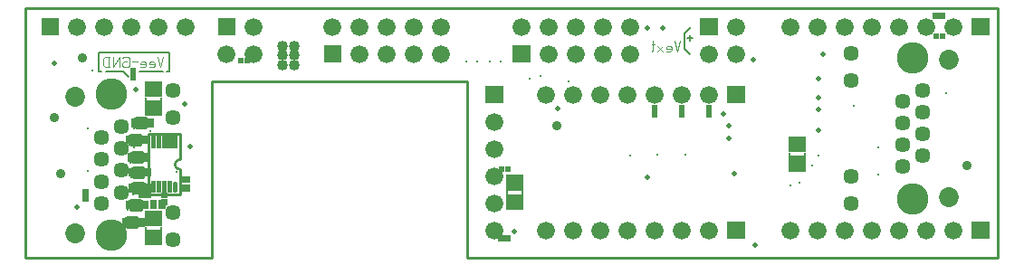
<source format=gbr>
G04 This is an RS-274x file exported by *
G04 gerbv version 2.7.0 *
G04 More information is available about gerbv at *
G04 http://gerbv.geda-project.org/ *
G04 --End of header info--*
%MOIN*%
%FSLAX36Y36*%
%IPPOS*%
G04 --Define apertures--*
%ADD10C,0.0060*%
%ADD11C,0.0040*%
%ADD12C,0.0038*%
%ADD13C,0.0080*%
%ADD14C,0.0100*%
%ADD15C,0.0729*%
%ADD16C,0.1162*%
%ADD17C,0.0572*%
%ADD18C,0.0001*%
%ADD19C,0.0660*%
%ADD20C,0.0400*%
%ADD21C,0.0200*%
%ADD22C,0.0180*%
%ADD23C,0.0510*%
%ADD24C,0.0940*%
%ADD25C,0.0350*%
%ADD26C,0.0380*%
%ADD27C,0.0130*%
G04 --Start main section--*
G54D10*
G01X0520000Y0834690D02*
G01X0455000Y0834690D01*
G01X0430000Y0834690D02*
G01X0440000Y0834690D01*
G01X2605000Y0969690D02*
G01X2605000Y0949690D01*
G01X2615000Y0959690D02*
G01X2595000Y0959690D01*
G01X2585000Y0919690D02*
G01X2605000Y0899690D01*
G01X2585000Y0974690D02*
G01X2585000Y0919690D01*
G01X2610000Y0999690D02*
G01X2585000Y0974690D01*
G01X0430000Y0904690D02*
G01X0430000Y0834690D01*
G01X0690000Y0834690D02*
G01X0680000Y0834690D01*
G01X0665000Y0834690D02*
G01X0580000Y0834690D01*
G01X0430000Y0904690D02*
G01X0690000Y0904690D01*
G01X0690000Y0904690D02*
G01X0690000Y0834690D01*
G01X0540000Y0814690D02*
G01X0520000Y0834690D01*
G54D11*
G01X2570000Y0949690D02*
G01X2560000Y0909690D01*
G01X2560000Y0909690D02*
G01X2550000Y0949690D01*
G01X2518000Y0909690D02*
G01X2533000Y0909690D01*
G01X2538000Y0914690D02*
G01X2533000Y0909690D01*
G01X2538000Y0914690D02*
G01X2538000Y0924690D01*
G01X2538000Y0924690D02*
G01X2533000Y0929690D01*
G01X2523000Y0929690D02*
G01X2533000Y0929690D01*
G01X2523000Y0929690D02*
G01X2518000Y0924690D01*
G01X2518000Y0919690D02*
G01X2538000Y0919690D01*
G01X2518000Y0919690D02*
G01X2518000Y0924690D01*
G01X2506000Y0929690D02*
G01X2486000Y0909690D01*
G01X2506000Y0909690D02*
G01X2486000Y0929690D01*
G01X2469000Y0914690D02*
G01X2469000Y0949690D01*
G01X2469000Y0914690D02*
G01X2464000Y0909690D01*
G01X2464000Y0934690D02*
G01X2474000Y0934690D01*
G54D12*
G01X0665000Y0889990D02*
G01X0655300Y0851190D01*
G01X0655300Y0851190D02*
G01X0645600Y0889990D01*
G01X0614560Y0851190D02*
G01X0629110Y0851190D01*
G01X0633960Y0856040D02*
G01X0629110Y0851190D01*
G01X0633960Y0856040D02*
G01X0633960Y0865740D01*
G01X0633960Y0865740D02*
G01X0629110Y0870590D01*
G01X0619410Y0870590D02*
G01X0629110Y0870590D01*
G01X0619410Y0870590D02*
G01X0614560Y0865740D01*
G01X0614560Y0860890D02*
G01X0633960Y0860890D01*
G01X0614560Y0860890D02*
G01X0614560Y0865740D01*
G01X0583520Y0851190D02*
G01X0598070Y0851190D01*
G01X0602920Y0856040D02*
G01X0598070Y0851190D01*
G01X0602920Y0856040D02*
G01X0602920Y0865740D01*
G01X0602920Y0865740D02*
G01X0598070Y0870590D01*
G01X0588370Y0870590D02*
G01X0598070Y0870590D01*
G01X0588370Y0870590D02*
G01X0583520Y0865740D01*
G01X0583520Y0860890D02*
G01X0602920Y0860890D01*
G01X0583520Y0860890D02*
G01X0583520Y0865740D01*
G01X0552480Y0870590D02*
G01X0571880Y0870590D01*
G01X0521440Y0889990D02*
G01X0516590Y0885140D01*
G01X0521440Y0889990D02*
G01X0535990Y0889990D01*
G01X0540840Y0885140D02*
G01X0535990Y0889990D01*
G01X0540840Y0856040D02*
G01X0540840Y0885140D01*
G01X0540840Y0856040D02*
G01X0535990Y0851190D01*
G01X0521440Y0851190D02*
G01X0535990Y0851190D01*
G01X0521440Y0851190D02*
G01X0516590Y0856040D01*
G01X0516590Y0856040D02*
G01X0516590Y0865740D01*
G01X0521440Y0870590D02*
G01X0516590Y0865740D01*
G01X0521440Y0870590D02*
G01X0531140Y0870590D01*
G01X0504950Y0851190D02*
G01X0504950Y0889990D01*
G01X0504950Y0889990D02*
G01X0480700Y0851190D01*
G01X0480700Y0851190D02*
G01X0480700Y0889990D01*
G01X0464210Y0851190D02*
G01X0464210Y0889990D01*
G01X0451600Y0889990D02*
G01X0444810Y0883200D01*
G01X0444810Y0857980D02*
G01X0444810Y0883200D01*
G01X0451600Y0851190D02*
G01X0444810Y0857980D01*
G01X0451600Y0851190D02*
G01X0469060Y0851190D01*
G01X0451600Y0889990D02*
G01X0469060Y0889990D01*
G54D13*
G01X3027550Y0534360D02*
G01X3027550Y0526500D01*
G01X2972450Y0534360D02*
G01X2972450Y0526500D01*
G01X1987550Y0393500D02*
G01X1987550Y0385640D01*
G01X1932450Y0393500D02*
G01X1932450Y0385640D01*
G01X0657550Y0738620D02*
G01X0657550Y0730760D01*
G01X0602450Y0738620D02*
G01X0602450Y0730760D01*
G54D10*
G01X0549000Y0323000D02*
G01X0541000Y0331000D01*
G01X0549000Y0323000D02*
G01X0584000Y0323000D01*
G01X0591000Y0330000D02*
G01X0584000Y0323000D01*
G01X0583000Y0363000D02*
G01X0590000Y0356000D01*
G01X0548000Y0363000D02*
G01X0583000Y0363000D01*
G01X0541000Y0356000D02*
G01X0548000Y0363000D01*
G54D14*
G01X0729000Y0473000D02*
G01X0729000Y0381000D01*
G01X0729000Y0604000D02*
G01X0729000Y0511000D01*
G01X0611000Y0604000D02*
G01X0729000Y0604000D01*
G01X0611000Y0604000D02*
G01X0611000Y0381000D01*
G01X0611000Y0381000D02*
G01X0729000Y0381000D01*
G01X0729000Y0511000D02*
G75*
G03X0729000Y0473000I0000000J-019000D01*
G54D10*
G01X0558500Y0386000D02*
G01X0550500Y0394000D01*
G01X0558500Y0386000D02*
G01X0593500Y0386000D01*
G01X0600500Y0393000D02*
G01X0593500Y0386000D01*
G01X0592500Y0426000D02*
G01X0599500Y0419000D01*
G01X0557500Y0426000D02*
G01X0592500Y0426000D01*
G01X0550500Y0419000D02*
G01X0557500Y0426000D01*
G01X0534000Y0259000D02*
G01X0526000Y0267000D01*
G01X0534000Y0259000D02*
G01X0569000Y0259000D01*
G01X0576000Y0266000D02*
G01X0569000Y0259000D01*
G01X0568000Y0299000D02*
G01X0575000Y0292000D01*
G01X0533000Y0299000D02*
G01X0568000Y0299000D01*
G01X0526000Y0292000D02*
G01X0533000Y0299000D01*
G54D13*
G01X0602450Y0263190D02*
G01X0602450Y0255330D01*
G01X0657550Y0263190D02*
G01X0657550Y0255330D01*
G54D10*
G01X0567500Y0626000D02*
G01X0559500Y0634000D01*
G01X0567500Y0626000D02*
G01X0602500Y0626000D01*
G01X0609500Y0633000D02*
G01X0602500Y0626000D01*
G01X0601500Y0666000D02*
G01X0608500Y0659000D01*
G01X0566500Y0666000D02*
G01X0601500Y0666000D01*
G01X0559500Y0659000D02*
G01X0566500Y0666000D01*
G01X0547500Y0563000D02*
G01X0539500Y0571000D01*
G01X0547500Y0563000D02*
G01X0582500Y0563000D01*
G01X0589500Y0570000D02*
G01X0582500Y0563000D01*
G01X0581500Y0603000D02*
G01X0588500Y0596000D01*
G01X0546500Y0603000D02*
G01X0581500Y0603000D01*
G01X0539500Y0596000D02*
G01X0546500Y0603000D01*
G01X0554000Y0498000D02*
G01X0546000Y0506000D01*
G01X0554000Y0498000D02*
G01X0589000Y0498000D01*
G01X0596000Y0505000D02*
G01X0589000Y0498000D01*
G01X0588000Y0538000D02*
G01X0595000Y0531000D01*
G01X0553000Y0538000D02*
G01X0588000Y0538000D01*
G01X0546000Y0531000D02*
G01X0553000Y0538000D01*
G01X0557500Y0443000D02*
G01X0549500Y0451000D01*
G01X0557500Y0443000D02*
G01X0592500Y0443000D01*
G01X0599500Y0450000D02*
G01X0592500Y0443000D01*
G01X0591500Y0483000D02*
G01X0598500Y0476000D01*
G01X0556500Y0483000D02*
G01X0591500Y0483000D01*
G01X0549500Y0476000D02*
G01X0556500Y0483000D01*
G01X0000000Y0000000D02*
G54D14*
G01X3740000Y0150000D02*
G01X1785000Y0150000D01*
G01X3740000Y0150000D02*
G01X3740000Y1070000D01*
G01X1785000Y0800000D02*
G01X1785000Y0150000D01*
G01X0845000Y0800000D02*
G01X1785000Y0800000D01*
G01X0845000Y0150000D02*
G01X0845000Y0800000D01*
G01X0160000Y0150000D02*
G01X0845000Y0150000D01*
G01X0160000Y0150000D02*
G01X0160000Y1070000D01*
G01X0160000Y1070000D02*
G01X3740000Y1070000D01*
G01X0000000Y0000000D02*
G54D15*
G01X0340390Y0238270D03*
G54D16*
G01X0475430Y0230390D03*
G54D17*
G01X0440000Y0510310D03*
G01X0440000Y0430000D03*
G01X0440000Y0349690D03*
G01X0510870Y0470160D03*
G01X0510870Y0389840D03*
G01X0700240Y0214650D03*
G01X0700240Y0315040D03*
G54D18*
G36*
G01X1852000Y0783000D02*
G01X1852000Y0717000D01*
G01X1918000Y0717000D01*
G01X1918000Y0783000D01*
G01X1852000Y0783000D01*
G37*
G54D19*
G01X1885000Y0650000D03*
G01X1885000Y0550000D03*
G01X1885000Y0450000D03*
G01X1885000Y0350000D03*
G01X1885000Y0250000D03*
G54D18*
G36*
G01X1257000Y0933000D02*
G01X1257000Y0867000D01*
G01X1323000Y0867000D01*
G01X1323000Y0933000D01*
G01X1257000Y0933000D01*
G37*
G54D19*
G01X1390000Y0900000D03*
G01X1490000Y0900000D03*
G01X1590000Y0900000D03*
G01X1290000Y1000000D03*
G01X1390000Y1000000D03*
G01X1490000Y1000000D03*
G01X1590000Y1000000D03*
G01X1690000Y1000000D03*
G01X1985000Y1000000D03*
G01X1690000Y0900000D03*
G54D18*
G36*
G01X1952000Y0933000D02*
G01X1952000Y0867000D01*
G01X2018000Y0867000D01*
G01X2018000Y0933000D01*
G01X1952000Y0933000D01*
G37*
G54D19*
G01X2085000Y0900000D03*
G01X2085000Y1000000D03*
G54D18*
G36*
G01X0867000Y1033000D02*
G01X0867000Y0967000D01*
G01X0933000Y0967000D01*
G01X0933000Y1033000D01*
G01X0867000Y1033000D01*
G37*
G54D19*
G01X1000000Y1000000D03*
G01X0900000Y0900000D03*
G01X1000000Y0900000D03*
G54D17*
G01X0440000Y0590630D03*
G01X0510870Y0550470D03*
G01X0510870Y0630790D03*
G01X0700240Y0665430D03*
G01X0700240Y0765830D03*
G54D15*
G01X0340390Y0742200D03*
G54D16*
G01X0475430Y0750080D03*
G54D18*
G36*
G01X0217000Y1033000D02*
G01X0217000Y0967000D01*
G01X0283000Y0967000D01*
G01X0283000Y1033000D01*
G01X0217000Y1033000D01*
G37*
G54D19*
G01X0350000Y1000000D03*
G01X0450000Y1000000D03*
G01X0550000Y1000000D03*
G01X0650000Y1000000D03*
G01X0750000Y1000000D03*
G54D17*
G01X3389570Y0645080D03*
G54D15*
G01X3560040Y0876970D03*
G54D16*
G01X3425000Y0884840D03*
G54D17*
G01X3460430Y0604920D03*
G01X3460430Y0685240D03*
G01X3460430Y0765550D03*
G01X3200200Y0449800D03*
G01X3200200Y0349410D03*
G54D15*
G01X3560040Y0373030D03*
G54D16*
G01X3425000Y0365160D03*
G54D17*
G01X3460430Y0524610D03*
G01X3389570Y0564760D03*
G01X3389570Y0484450D03*
G54D18*
G36*
G01X2742000Y0283000D02*
G01X2742000Y0217000D01*
G01X2808000Y0217000D01*
G01X2808000Y0283000D01*
G01X2742000Y0283000D01*
G37*
G54D19*
G01X2675000Y0250000D03*
G01X2575000Y0250000D03*
G01X2475000Y0250000D03*
G01X2375000Y0250000D03*
G01X2275000Y0250000D03*
G01X2175000Y0250000D03*
G01X2075000Y0250000D03*
G54D18*
G36*
G01X3642000Y0283000D02*
G01X3642000Y0217000D01*
G01X3708000Y0217000D01*
G01X3708000Y0283000D01*
G01X3642000Y0283000D01*
G37*
G54D19*
G01X3575000Y0250000D03*
G01X3475000Y0250000D03*
G01X3375000Y0250000D03*
G01X3275000Y0250000D03*
G01X3175000Y0250000D03*
G01X3075000Y0250000D03*
G01X2975000Y0250000D03*
G54D17*
G01X3389570Y0725390D03*
G01X3200200Y0900590D03*
G01X3200200Y0800200D03*
G54D18*
G36*
G01X3642000Y1033000D02*
G01X3642000Y0967000D01*
G01X3708000Y0967000D01*
G01X3708000Y1033000D01*
G01X3642000Y1033000D01*
G37*
G54D19*
G01X3575000Y1000000D03*
G01X3475000Y1000000D03*
G01X3375000Y1000000D03*
G01X3275000Y1000000D03*
G01X3175000Y1000000D03*
G01X3075000Y1000000D03*
G01X2975000Y1000000D03*
G54D18*
G36*
G01X2742000Y0783000D02*
G01X2742000Y0717000D01*
G01X2808000Y0717000D01*
G01X2808000Y0783000D01*
G01X2742000Y0783000D01*
G37*
G54D19*
G01X2775000Y0900000D03*
G01X2775000Y1000000D03*
G01X2675000Y0750000D03*
G54D18*
G36*
G01X2642000Y1033000D02*
G01X2642000Y0967000D01*
G01X2708000Y0967000D01*
G01X2708000Y1033000D01*
G01X2642000Y1033000D01*
G37*
G54D19*
G01X2675000Y0900000D03*
G01X2575000Y0750000D03*
G01X2475000Y0750000D03*
G01X2375000Y0750000D03*
G01X2275000Y0750000D03*
G01X2385000Y0900000D03*
G01X2385000Y1000000D03*
G01X2175000Y0750000D03*
G01X2075000Y0750000D03*
G01X2185000Y0900000D03*
G01X2185000Y1000000D03*
G01X2285000Y0900000D03*
G01X2285000Y1000000D03*
G54D20*
G01X1105000Y0860000D03*
G01X1105000Y0895000D03*
G01X1105000Y0930000D03*
G01X1150000Y0860000D03*
G01X1150000Y0895000D03*
G01X1150000Y0930000D03*
G54D18*
G36*
G01X0597480Y0727850D02*
G01X0597480Y0670670D01*
G01X0662520Y0670670D01*
G01X0662520Y0727850D01*
G01X0597480Y0727850D01*
G37*
G36*
G01X0597480Y0798710D02*
G01X0597480Y0741530D01*
G01X0662520Y0741530D01*
G01X0662520Y0798710D01*
G01X0597480Y0798710D01*
G37*
G36*
G01X0544130Y0847680D02*
G01X0544130Y0825940D01*
G01X0565870Y0825940D01*
G01X0565870Y0847680D01*
G01X0544130Y0847680D01*
G37*
G36*
G01X0544130Y0824060D02*
G01X0544130Y0802320D01*
G01X0565870Y0802320D01*
G01X0565870Y0824060D01*
G01X0544130Y0824060D01*
G37*
G36*
G01X0964130Y0885870D02*
G01X0964130Y0864130D01*
G01X0985870Y0864130D01*
G01X0985870Y0885870D01*
G01X0964130Y0885870D01*
G37*
G36*
G01X0940510Y0885870D02*
G01X0940510Y0864130D01*
G01X0962250Y0864130D01*
G01X0962250Y0885870D01*
G01X0940510Y0885870D01*
G37*
G54D21*
G01X0569500Y0633000D02*
G01X0599500Y0633000D01*
G01X0562500Y0640000D02*
G01X0569500Y0633000D01*
G54D18*
G36*
G01X0547500Y0650000D02*
G01X0547500Y0630000D01*
G01X0572500Y0630000D01*
G01X0572500Y0650000D01*
G01X0547500Y0650000D01*
G37*
G54D21*
G01X0572500Y0633000D02*
G01X0578500Y0639000D01*
G01X0578500Y0639000D02*
G01X0584500Y0633000D01*
G01X0599500Y0633000D02*
G01X0606500Y0640000D01*
G54D18*
G36*
G01X0596500Y0650000D02*
G01X0596500Y0630000D01*
G01X0631500Y0630000D01*
G01X0631500Y0650000D01*
G01X0596500Y0650000D01*
G37*
G54D21*
G01X0590500Y0639000D02*
G01X0596500Y0633000D01*
G01X0584500Y0633000D02*
G01X0590500Y0639000D01*
G01X0568500Y0659000D02*
G01X0599500Y0659000D01*
G01X0599500Y0659000D02*
G01X0605500Y0653000D01*
G54D18*
G36*
G01X0595500Y0663000D02*
G01X0595500Y0643000D01*
G01X0631500Y0643000D01*
G01X0631500Y0663000D01*
G01X0595500Y0663000D01*
G37*
G54D21*
G01X0590500Y0652000D02*
G01X0597500Y0659000D01*
G01X0562500Y0653000D02*
G01X0568500Y0659000D01*
G54D18*
G36*
G01X0547500Y0663000D02*
G01X0547500Y0643000D01*
G01X0572500Y0643000D01*
G01X0572500Y0663000D01*
G01X0547500Y0663000D01*
G37*
G54D21*
G01X0597500Y0659000D02*
G01X0599500Y0659000D01*
G01X0583500Y0659000D02*
G01X0590500Y0652000D01*
G01X0578500Y0652000D02*
G01X0585500Y0659000D01*
G01X0571500Y0659000D02*
G01X0578500Y0652000D01*
G01X0549500Y0570000D02*
G01X0579500Y0570000D01*
G01X0542500Y0577000D02*
G01X0549500Y0570000D01*
G54D18*
G36*
G01X0527500Y0587000D02*
G01X0527500Y0567000D01*
G01X0552500Y0567000D01*
G01X0552500Y0587000D01*
G01X0527500Y0587000D01*
G37*
G54D21*
G01X0552500Y0570000D02*
G01X0558500Y0576000D01*
G01X0558500Y0576000D02*
G01X0564500Y0570000D01*
G01X0579500Y0570000D02*
G01X0586500Y0577000D01*
G54D18*
G36*
G01X0576500Y0587000D02*
G01X0576500Y0567000D01*
G01X0611500Y0567000D01*
G01X0611500Y0587000D01*
G01X0576500Y0587000D01*
G37*
G54D21*
G01X0570500Y0576000D02*
G01X0576500Y0570000D01*
G01X0564500Y0570000D02*
G01X0570500Y0576000D01*
G01X0548500Y0596000D02*
G01X0579500Y0596000D01*
G01X0577500Y0596000D02*
G01X0579500Y0596000D01*
G01X0542500Y0590000D02*
G01X0548500Y0596000D01*
G54D18*
G36*
G01X0527500Y0600000D02*
G01X0527500Y0580000D01*
G01X0552500Y0580000D01*
G01X0552500Y0600000D01*
G01X0527500Y0600000D01*
G37*
G54D21*
G01X0579500Y0596000D02*
G01X0585500Y0590000D01*
G01X0570500Y0589000D02*
G01X0577500Y0596000D01*
G01X0563500Y0596000D02*
G01X0570500Y0589000D01*
G01X0558500Y0589000D02*
G01X0565500Y0596000D01*
G01X0551500Y0596000D02*
G01X0558500Y0589000D01*
G54D18*
G36*
G01X0575500Y0600000D02*
G01X0575500Y0580000D01*
G01X0611500Y0580000D01*
G01X0611500Y0600000D01*
G01X0575500Y0600000D01*
G37*
G36*
G01X0639000Y0597000D02*
G01X0621000Y0597000D01*
G01X0621000Y0553000D01*
G01X0639000Y0553000D01*
G01X0639000Y0597000D01*
G37*
G36*
G01X0659000Y0597000D02*
G01X0641000Y0597000D01*
G01X0641000Y0553000D01*
G01X0659000Y0553000D01*
G01X0659000Y0597000D01*
G37*
G36*
G01X0679000Y0597000D02*
G01X0661000Y0597000D01*
G01X0661000Y0553000D01*
G01X0679000Y0553000D01*
G01X0679000Y0597000D01*
G37*
G36*
G01X0698000Y0597000D02*
G01X0680000Y0597000D01*
G01X0680000Y0553000D01*
G01X0698000Y0553000D01*
G01X0698000Y0597000D01*
G37*
G36*
G01X0718000Y0597000D02*
G01X0700000Y0597000D01*
G01X0700000Y0553000D01*
G01X0718000Y0553000D01*
G01X0718000Y0597000D01*
G37*
G36*
G01X1899130Y0230870D02*
G01X1899130Y0209130D01*
G01X1920870Y0209130D01*
G01X1920870Y0230870D01*
G01X1899130Y0230870D01*
G37*
G36*
G01X1922750Y0230870D02*
G01X1922750Y0209130D01*
G01X1944490Y0209130D01*
G01X1944490Y0230870D01*
G01X1922750Y0230870D01*
G37*
G36*
G01X1927480Y0382730D02*
G01X1927480Y0325550D01*
G01X1992520Y0325550D01*
G01X1992520Y0382730D01*
G01X1927480Y0382730D01*
G37*
G36*
G01X1927480Y0453590D02*
G01X1927480Y0396410D01*
G01X1992520Y0396410D01*
G01X1992520Y0453590D01*
G01X1927480Y0453590D01*
G37*
G36*
G01X1924130Y0485870D02*
G01X1924130Y0464130D01*
G01X1945870Y0464130D01*
G01X1945870Y0485870D01*
G01X1924130Y0485870D01*
G37*
G36*
G01X1900510Y0485870D02*
G01X1900510Y0464130D01*
G01X1922250Y0464130D01*
G01X1922250Y0485870D01*
G01X1900510Y0485870D01*
G37*
G36*
G01X2967480Y0523590D02*
G01X2967480Y0466410D01*
G01X3032520Y0466410D01*
G01X3032520Y0523590D01*
G01X2967480Y0523590D01*
G37*
G36*
G01X2967480Y0594450D02*
G01X2967480Y0537270D01*
G01X3032520Y0537270D01*
G01X3032520Y0594450D01*
G01X2967480Y0594450D01*
G37*
G36*
G01X3522750Y1050870D02*
G01X3522750Y1029130D01*
G01X3544490Y1029130D01*
G01X3544490Y1050870D01*
G01X3522750Y1050870D01*
G37*
G36*
G01X3499130Y1050870D02*
G01X3499130Y1029130D01*
G01X3520870Y1029130D01*
G01X3520870Y1050870D01*
G01X3499130Y1050870D01*
G37*
G36*
G01X3524130Y0975870D02*
G01X3524130Y0954130D01*
G01X3545870Y0954130D01*
G01X3545870Y0975870D01*
G01X3524130Y0975870D01*
G37*
G36*
G01X3500510Y0975870D02*
G01X3500510Y0954130D01*
G01X3522250Y0954130D01*
G01X3522250Y0975870D01*
G01X3500510Y0975870D01*
G37*
G36*
G01X2464130Y0687250D02*
G01X2464130Y0665510D01*
G01X2485870Y0665510D01*
G01X2485870Y0687250D01*
G01X2464130Y0687250D01*
G37*
G36*
G01X2464130Y0710870D02*
G01X2464130Y0689130D01*
G01X2485870Y0689130D01*
G01X2485870Y0710870D01*
G01X2464130Y0710870D01*
G37*
G36*
G01X2664130Y0687250D02*
G01X2664130Y0665510D01*
G01X2685870Y0665510D01*
G01X2685870Y0687250D01*
G01X2664130Y0687250D01*
G37*
G36*
G01X2664130Y0710870D02*
G01X2664130Y0689130D01*
G01X2685870Y0689130D01*
G01X2685870Y0710870D01*
G01X2664130Y0710870D01*
G37*
G36*
G01X2564130Y0687250D02*
G01X2564130Y0665510D01*
G01X2585870Y0665510D01*
G01X2585870Y0687250D01*
G01X2564130Y0687250D01*
G37*
G36*
G01X2564130Y0710870D02*
G01X2564130Y0689130D01*
G01X2585870Y0689130D01*
G01X2585870Y0710870D01*
G01X2564130Y0710870D01*
G37*
G36*
G01X0369130Y0400870D02*
G01X0369130Y0379130D01*
G01X0390870Y0379130D01*
G01X0390870Y0400870D01*
G01X0369130Y0400870D01*
G37*
G36*
G01X0369130Y0377250D02*
G01X0369130Y0355510D01*
G01X0390870Y0355510D01*
G01X0390870Y0377250D01*
G01X0369130Y0377250D01*
G37*
G54D21*
G01X0556000Y0505000D02*
G01X0586000Y0505000D01*
G01X0586000Y0505000D02*
G01X0593000Y0512000D01*
G01X0577000Y0511000D02*
G01X0583000Y0505000D01*
G01X0571000Y0505000D02*
G01X0577000Y0511000D01*
G54D18*
G36*
G01X0583000Y0522000D02*
G01X0583000Y0502000D01*
G01X0618000Y0502000D01*
G01X0618000Y0522000D01*
G01X0583000Y0522000D01*
G37*
G54D21*
G01X0549000Y0512000D02*
G01X0556000Y0505000D01*
G01X0559000Y0505000D02*
G01X0565000Y0511000D01*
G01X0565000Y0511000D02*
G01X0571000Y0505000D01*
G01X0558500Y0476000D02*
G01X0589500Y0476000D01*
G01X0587500Y0476000D02*
G01X0589500Y0476000D01*
G01X0552500Y0470000D02*
G01X0558500Y0476000D01*
G54D18*
G36*
G01X0537500Y0480000D02*
G01X0537500Y0460000D01*
G01X0562500Y0460000D01*
G01X0562500Y0480000D01*
G01X0537500Y0480000D01*
G37*
G54D21*
G01X0589500Y0476000D02*
G01X0595500Y0470000D01*
G54D18*
G36*
G01X0585500Y0480000D02*
G01X0585500Y0460000D01*
G01X0621500Y0460000D01*
G01X0621500Y0480000D01*
G01X0585500Y0480000D01*
G37*
G54D21*
G01X0580500Y0469000D02*
G01X0587500Y0476000D01*
G01X0573500Y0476000D02*
G01X0580500Y0469000D01*
G01X0568500Y0469000D02*
G01X0575500Y0476000D01*
G01X0561500Y0476000D02*
G01X0568500Y0469000D01*
G54D18*
G36*
G01X0534000Y0522000D02*
G01X0534000Y0502000D01*
G01X0559000Y0502000D01*
G01X0559000Y0522000D01*
G01X0534000Y0522000D01*
G37*
G54D21*
G01X0586000Y0531000D02*
G01X0592000Y0525000D01*
G54D18*
G36*
G01X0582000Y0535000D02*
G01X0582000Y0515000D01*
G01X0618000Y0515000D01*
G01X0618000Y0535000D01*
G01X0582000Y0535000D01*
G37*
G54D21*
G01X0577000Y0524000D02*
G01X0584000Y0531000D01*
G01X0584000Y0531000D02*
G01X0586000Y0531000D01*
G01X0549000Y0525000D02*
G01X0555000Y0531000D01*
G54D18*
G36*
G01X0534000Y0535000D02*
G01X0534000Y0515000D01*
G01X0559000Y0515000D01*
G01X0559000Y0535000D01*
G01X0534000Y0535000D01*
G37*
G54D21*
G01X0555000Y0531000D02*
G01X0586000Y0531000D01*
G01X0570000Y0531000D02*
G01X0577000Y0524000D01*
G01X0565000Y0524000D02*
G01X0572000Y0531000D01*
G01X0558000Y0531000D02*
G01X0565000Y0524000D01*
G01X0559500Y0450000D02*
G01X0589500Y0450000D01*
G01X0552500Y0457000D02*
G01X0559500Y0450000D01*
G54D18*
G36*
G01X0537500Y0467000D02*
G01X0537500Y0447000D01*
G01X0562500Y0447000D01*
G01X0562500Y0467000D01*
G01X0537500Y0467000D01*
G37*
G54D21*
G01X0562500Y0450000D02*
G01X0568500Y0456000D01*
G01X0568500Y0456000D02*
G01X0574500Y0450000D01*
G01X0589500Y0450000D02*
G01X0596500Y0457000D01*
G54D18*
G36*
G01X0586500Y0467000D02*
G01X0586500Y0447000D01*
G01X0621500Y0447000D01*
G01X0621500Y0467000D01*
G01X0586500Y0467000D01*
G37*
G54D21*
G01X0580500Y0456000D02*
G01X0586500Y0450000D01*
G01X0574500Y0450000D02*
G01X0580500Y0456000D01*
G01X0560500Y0393000D02*
G01X0590500Y0393000D01*
G01X0581500Y0399000D02*
G01X0587500Y0393000D01*
G01X0575500Y0393000D02*
G01X0581500Y0399000D01*
G01X0569500Y0399000D02*
G01X0575500Y0393000D01*
G01X0590500Y0393000D02*
G01X0597500Y0400000D01*
G01X0553500Y0400000D02*
G01X0560500Y0393000D01*
G54D18*
G36*
G01X0538500Y0410000D02*
G01X0538500Y0390000D01*
G01X0563500Y0390000D01*
G01X0563500Y0410000D01*
G01X0538500Y0410000D01*
G37*
G54D21*
G01X0563500Y0393000D02*
G01X0569500Y0399000D01*
G01X0553500Y0413000D02*
G01X0559500Y0419000D01*
G54D18*
G36*
G01X0538500Y0423000D02*
G01X0538500Y0403000D01*
G01X0563500Y0403000D01*
G01X0563500Y0423000D01*
G01X0538500Y0423000D01*
G37*
G54D21*
G01X0590500Y0419000D02*
G01X0596500Y0413000D01*
G01X0581500Y0412000D02*
G01X0588500Y0419000D01*
G01X0588500Y0419000D02*
G01X0590500Y0419000D01*
G01X0559500Y0419000D02*
G01X0590500Y0419000D01*
G01X0574500Y0419000D02*
G01X0581500Y0412000D01*
G01X0569500Y0412000D02*
G01X0576500Y0419000D01*
G01X0562500Y0419000D02*
G01X0569500Y0412000D01*
G54D18*
G36*
G01X0733230Y0417840D02*
G01X0733230Y0392160D01*
G01X0766770Y0392160D01*
G01X0766770Y0417840D01*
G01X0733230Y0417840D01*
G37*
G36*
G01X0733230Y0449320D02*
G01X0733230Y0423640D01*
G01X0766770Y0423640D01*
G01X0766770Y0449320D01*
G01X0733230Y0449320D01*
G37*
G54D22*
G01X0710000Y0423000D02*
G01X0710000Y0397000D01*
G54D18*
G36*
G01X0699000Y0432000D02*
G01X0681000Y0432000D01*
G01X0681000Y0388000D01*
G01X0699000Y0388000D01*
G01X0699000Y0432000D01*
G37*
G36*
G01X0659130Y0388550D02*
G01X0659130Y0366810D01*
G01X0680870Y0366810D01*
G01X0680870Y0388550D01*
G01X0659130Y0388550D01*
G37*
G36*
G01X0659130Y0364930D02*
G01X0659130Y0343190D01*
G01X0680870Y0343190D01*
G01X0680870Y0364930D01*
G01X0659130Y0364930D01*
G37*
G36*
G01X0599130Y0390870D02*
G01X0599130Y0369130D01*
G01X0620870Y0369130D01*
G01X0620870Y0390870D01*
G01X0599130Y0390870D01*
G37*
G36*
G01X0674320Y0361460D02*
G01X0648640Y0361460D01*
G01X0648640Y0327920D01*
G01X0674320Y0327920D01*
G01X0674320Y0361460D01*
G37*
G36*
G01X0642840Y0361460D02*
G01X0617160Y0361460D01*
G01X0617160Y0327920D01*
G01X0642840Y0327920D01*
G01X0642840Y0361460D01*
G37*
G36*
G01X0597480Y0323280D02*
G01X0597480Y0266100D01*
G01X0662520Y0266100D01*
G01X0662520Y0323280D01*
G01X0597480Y0323280D01*
G37*
G36*
G01X0597480Y0252420D02*
G01X0597480Y0195240D01*
G01X0662520Y0195240D01*
G01X0662520Y0252420D01*
G01X0597480Y0252420D01*
G37*
G36*
G01X0575510Y0390870D02*
G01X0575510Y0369130D01*
G01X0597250Y0369130D01*
G01X0597250Y0390870D01*
G01X0575510Y0390870D01*
G37*
G54D21*
G01X0551000Y0330000D02*
G01X0581000Y0330000D01*
G01X0544000Y0337000D02*
G01X0551000Y0330000D01*
G54D18*
G36*
G01X0529000Y0347000D02*
G01X0529000Y0327000D01*
G01X0554000Y0327000D01*
G01X0554000Y0347000D01*
G01X0529000Y0347000D01*
G37*
G54D21*
G01X0554000Y0330000D02*
G01X0560000Y0336000D01*
G01X0560000Y0336000D02*
G01X0566000Y0330000D01*
G01X0581000Y0330000D02*
G01X0588000Y0337000D01*
G54D18*
G36*
G01X0578000Y0347000D02*
G01X0578000Y0327000D01*
G01X0613000Y0327000D01*
G01X0613000Y0347000D01*
G01X0578000Y0347000D01*
G37*
G54D21*
G01X0572000Y0336000D02*
G01X0578000Y0330000D01*
G01X0566000Y0330000D02*
G01X0572000Y0336000D01*
G01X0550000Y0356000D02*
G01X0581000Y0356000D01*
G01X0544000Y0350000D02*
G01X0550000Y0356000D01*
G54D18*
G36*
G01X0529000Y0360000D02*
G01X0529000Y0340000D01*
G01X0554000Y0340000D01*
G01X0554000Y0360000D01*
G01X0529000Y0360000D01*
G37*
G54D21*
G01X0560000Y0349000D02*
G01X0567000Y0356000D01*
G01X0553000Y0356000D02*
G01X0560000Y0349000D01*
G01X0581000Y0356000D02*
G01X0587000Y0350000D01*
G54D18*
G36*
G01X0577000Y0360000D02*
G01X0577000Y0340000D01*
G01X0613000Y0340000D01*
G01X0613000Y0360000D01*
G01X0577000Y0360000D01*
G37*
G54D21*
G01X0572000Y0349000D02*
G01X0579000Y0356000D01*
G01X0579000Y0356000D02*
G01X0581000Y0356000D01*
G01X0565000Y0356000D02*
G01X0572000Y0349000D01*
G54D18*
G36*
G01X0679000Y0432000D02*
G01X0661000Y0432000D01*
G01X0661000Y0388000D01*
G01X0679000Y0388000D01*
G01X0679000Y0432000D01*
G37*
G36*
G01X0660000Y0432000D02*
G01X0642000Y0432000D01*
G01X0642000Y0388000D01*
G01X0660000Y0388000D01*
G01X0660000Y0432000D01*
G37*
G36*
G01X0640000Y0432000D02*
G01X0622000Y0432000D01*
G01X0622000Y0388000D01*
G01X0640000Y0388000D01*
G01X0640000Y0432000D01*
G37*
G36*
G01X0587500Y0410000D02*
G01X0587500Y0390000D01*
G01X0622500Y0390000D01*
G01X0622500Y0410000D01*
G01X0587500Y0410000D01*
G37*
G36*
G01X0586500Y0423000D02*
G01X0586500Y0403000D01*
G01X0622500Y0403000D01*
G01X0622500Y0423000D01*
G01X0586500Y0423000D01*
G37*
G54D21*
G01X0536000Y0266000D02*
G01X0566000Y0266000D01*
G01X0529000Y0273000D02*
G01X0536000Y0266000D01*
G01X0557000Y0272000D02*
G01X0563000Y0266000D01*
G01X0551000Y0266000D02*
G01X0557000Y0272000D01*
G01X0539000Y0266000D02*
G01X0545000Y0272000D01*
G01X0545000Y0272000D02*
G01X0551000Y0266000D01*
G54D18*
G36*
G01X0514000Y0283000D02*
G01X0514000Y0263000D01*
G01X0539000Y0263000D01*
G01X0539000Y0283000D01*
G01X0514000Y0283000D01*
G37*
G54D21*
G01X0529000Y0286000D02*
G01X0535000Y0292000D01*
G54D18*
G36*
G01X0514000Y0296000D02*
G01X0514000Y0276000D01*
G01X0539000Y0276000D01*
G01X0539000Y0296000D01*
G01X0514000Y0296000D01*
G37*
G54D21*
G01X0538000Y0292000D02*
G01X0545000Y0285000D01*
G01X0566000Y0266000D02*
G01X0573000Y0273000D01*
G54D18*
G36*
G01X0563000Y0283000D02*
G01X0563000Y0263000D01*
G01X0598000Y0263000D01*
G01X0598000Y0283000D01*
G01X0563000Y0283000D01*
G37*
G54D21*
G01X0566000Y0292000D02*
G01X0572000Y0286000D01*
G54D18*
G36*
G01X0562000Y0296000D02*
G01X0562000Y0276000D01*
G01X0598000Y0276000D01*
G01X0598000Y0296000D01*
G01X0562000Y0296000D01*
G37*
G54D21*
G01X0557000Y0285000D02*
G01X0564000Y0292000D01*
G01X0564000Y0292000D02*
G01X0566000Y0292000D01*
G01X0535000Y0292000D02*
G01X0566000Y0292000D01*
G01X0550000Y0292000D02*
G01X0557000Y0285000D01*
G01X0545000Y0285000D02*
G01X0552000Y0292000D01*
G01X0000000Y0000000D02*
G54D27*
G01X0390000Y0624700D03*
G01X0390000Y0469700D03*
G01X0405000Y0839700D03*
G01X0535000Y0325000D03*
G01X0545000Y0500000D03*
G01X0550000Y0445000D03*
G01X0556000Y0383000D03*
G01X0557000Y0555000D03*
G01X0560000Y0625000D03*
G01X0620000Y0615000D03*
G01X0715000Y0465000D03*
G01X1105000Y0930000D03*
G01X1105000Y0895000D03*
G01X1105000Y0860000D03*
G01X1150000Y0930000D03*
G01X1150000Y0895000D03*
G01X1150000Y0860000D03*
G01X1783000Y0872000D03*
G01X1822000Y0872000D03*
G01X1870000Y0872000D03*
G01X1909000Y0872000D03*
G01X2015000Y0810000D03*
G01X2055000Y0820000D03*
G01X2160000Y0800000D03*
G01X2385000Y0524700D03*
G01X2485000Y0529700D03*
G01X2590000Y0529700D03*
G01X2975000Y0415000D03*
G01X3010000Y0425000D03*
G01X3055000Y0490000D03*
G01X3080000Y0525000D03*
G01X3210000Y0710000D03*
G01X3300000Y0555000D03*
G01X3300000Y0455000D03*
G01X3550000Y0755000D03*
G54D21*
G01X0265000Y0865000D03*
G01X0350000Y0334700D03*
G01X0565000Y0769700D03*
G01X0630000Y0699300D03*
G01X0746000Y0716000D03*
G01X0764000Y0558000D03*
G01X1960000Y0354100D03*
G01X1960000Y0245000D03*
G01X2120000Y0700000D03*
G01X2450000Y0995000D03*
G01X2450000Y0444700D03*
G01X2505000Y0995000D03*
G01X2730000Y0679700D03*
G01X2750000Y0635000D03*
G01X2750000Y0590000D03*
G01X2770000Y0460000D03*
G01X2840000Y0880000D03*
G01X2845000Y0195000D03*
G01X3080000Y0810000D03*
G01X3080000Y0740000D03*
G01X3080000Y0695000D03*
G01X3080000Y0620000D03*
G01X3095000Y0900000D03*
G54D25*
G01X0265000Y0665000D03*
G01X0290000Y0459700D03*
G01X0370000Y0885000D03*
G01X2115000Y0634700D03*
G01X3625000Y0489700D03*
G01X0440000Y0590600D03*
G01X0440000Y0510300D03*
G01X0440000Y0430000D03*
G01X0440000Y0349700D03*
G01X0510900Y0630800D03*
G01X0510900Y0550500D03*
G01X0510900Y0470200D03*
G01X0510900Y0389800D03*
G01X0700200Y0765800D03*
G01X0700200Y0665400D03*
G01X0700200Y0315000D03*
G01X0700200Y0214600D03*
G01X3200200Y0900600D03*
G01X3200200Y0800200D03*
G01X3200200Y0449800D03*
G01X3200200Y0349400D03*
G01X3389600Y0725400D03*
G01X3389600Y0645100D03*
G01X3389600Y0564800D03*
G01X3389600Y0484400D03*
G01X3460400Y0765600D03*
G01X3460400Y0685200D03*
G01X3460400Y0604900D03*
G01X3460400Y0524600D03*
G54D26*
G01X0250000Y1000000D03*
G01X0350000Y1000000D03*
G01X0450000Y1000000D03*
G01X0550000Y1000000D03*
G01X0650000Y1000000D03*
G01X0750000Y1000000D03*
G01X0900000Y1000000D03*
G01X0900000Y0900000D03*
G01X1000000Y1000000D03*
G01X1000000Y0900000D03*
G01X1290000Y1000000D03*
G01X1290000Y0900000D03*
G01X1390000Y1000000D03*
G01X1390000Y0900000D03*
G01X1490000Y1000000D03*
G01X1490000Y0900000D03*
G01X1590000Y1000000D03*
G01X1590000Y0900000D03*
G01X1690000Y1000000D03*
G01X1690000Y0900000D03*
G01X1885000Y0750000D03*
G01X1885000Y0650000D03*
G01X1885000Y0550000D03*
G01X1885000Y0450000D03*
G01X1885000Y0350000D03*
G01X1885000Y0250000D03*
G01X1985000Y1000000D03*
G01X1985000Y0900000D03*
G01X2075000Y0750000D03*
G01X2075000Y0250000D03*
G01X2085000Y1000000D03*
G01X2085000Y0900000D03*
G01X2175000Y0750000D03*
G01X2175000Y0250000D03*
G01X2185000Y1000000D03*
G01X2185000Y0900000D03*
G01X2275000Y0750000D03*
G01X2275000Y0250000D03*
G01X2285000Y1000000D03*
G01X2285000Y0900000D03*
G01X2375000Y0750000D03*
G01X2375000Y0250000D03*
G01X2385000Y1000000D03*
G01X2385000Y0900000D03*
G01X2475000Y0750000D03*
G01X2475000Y0250000D03*
G01X2575000Y0750000D03*
G01X2575000Y0250000D03*
G01X2675000Y1000000D03*
G01X2675000Y0900000D03*
G01X2675000Y0750000D03*
G01X2675000Y0250000D03*
G01X2775000Y1000000D03*
G01X2775000Y0900000D03*
G01X2775000Y0750000D03*
G01X2775000Y0250000D03*
G01X2975000Y1000000D03*
G01X2975000Y0250000D03*
G01X3075000Y1000000D03*
G01X3075000Y0250000D03*
G01X3175000Y1000000D03*
G01X3175000Y0250000D03*
G01X3275000Y1000000D03*
G01X3275000Y0250000D03*
G01X3375000Y1000000D03*
G01X3375000Y0250000D03*
G01X3475000Y1000000D03*
G01X3475000Y0250000D03*
G01X3575000Y1000000D03*
G01X3575000Y0250000D03*
G01X3675000Y1000000D03*
G01X3675000Y0250000D03*
G54D23*
G01X0340400Y0742200D03*
G01X0340400Y0238300D03*
G01X3560000Y0877000D03*
G01X3560000Y0373000D03*
G54D24*
G01X0475400Y0750100D03*
G01X0475400Y0230400D03*
G01X3425000Y0884800D03*
G01X3425000Y0365200D03*
M02*

</source>
